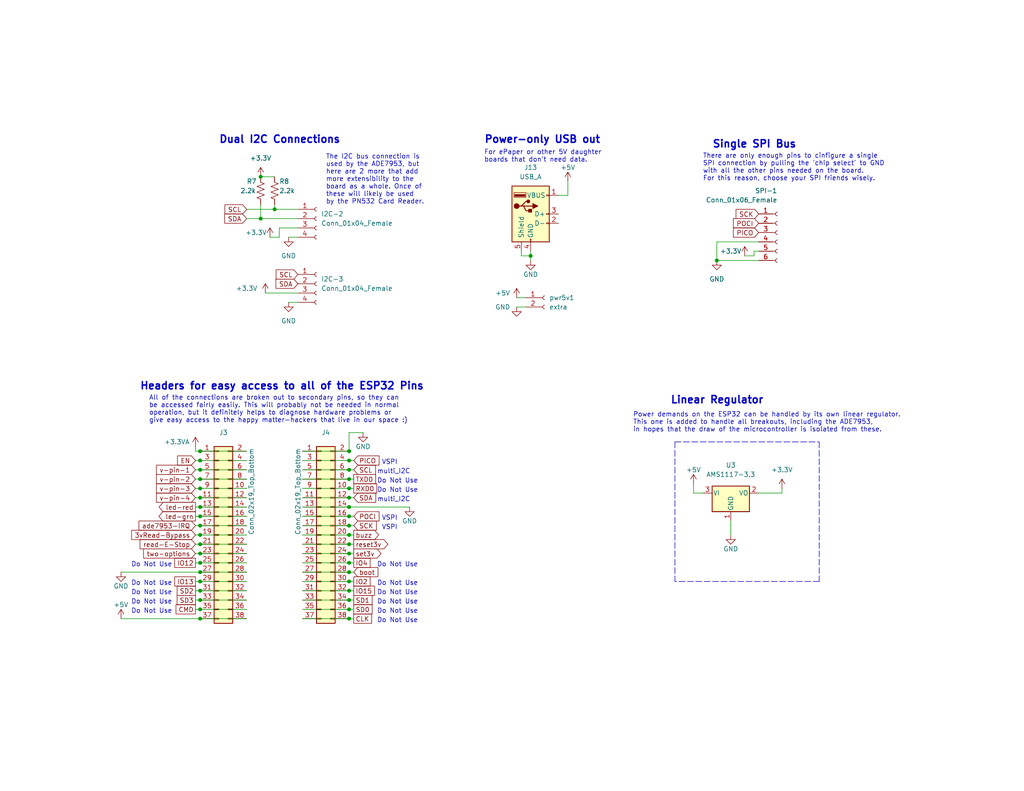
<source format=kicad_sch>
(kicad_sch (version 20211123) (generator eeschema)
  (paper "USLetter")
  (title_block (title "Breakout Connections & Power") (date "2022-10-09") (rev "3") (company "Corey Rice & MakeHaven") (comment 1 "Breakouts for I2C and SPI communication with external boards.") (comment 2 "Headers for the ESP32 to seat into the board") (comment 3 "A seperate Linear Regulator to better supply 3.3VDC where needed"))
  (lib_symbols
    (symbol "+3.3V_1" (power) (pin_names (offset 0))
      (property "Value" "+3.3V_1" (at 0 3.556 0))
      (symbol "+3.3V_1_0_1"
        (polyline (pts (xy -0.762 1.27) (xy 0 2.54)))
        (polyline (pts (xy 0 0) (xy 0 2.54)))
        (polyline (pts (xy 0 2.54) (xy 0.762 1.27)))
      )
      (symbol "+3.3V_1_1_1"
        (pin power_in line (at 0 0 90) (length 0) hide (name "+3.3V") (number "1"))
      )
    )
    (symbol "Connector:Conn_01x02_Female" (pin_names (offset 1.016) hide)
      (property "Reference" "J" (at 0 2.54 0))
      (property "Value" "Conn_01x02_Female" (at 0 -5.08 0))
      (symbol "Conn_01x02_Female_1_1"
        (arc (start 0 -2.032) (mid -0.508 -2.54) (end 0 -3.048) (stroke (width 0.1524)))
        (polyline (pts (xy -1.27 -2.54) (xy -0.508 -2.54)) (stroke (width 0.1524)))
        (polyline (pts (xy -1.27 0) (xy -0.508 0)) (stroke (width 0.1524)))
        (arc (start 0 0.508) (mid -0.508 0) (end 0 -0.508) (stroke (width 0.1524)))
        (pin passive line (at -5.08 0 0) (length 3.81) (name "Pin_1") (number "1"))
        (pin passive line (at -5.08 -2.54 0) (length 3.81) (name "Pin_2") (number "2"))
      )
    )
    (symbol "Connector:Conn_01x04_Female" (pin_names (offset 1.016) hide)
      (property "Reference" "J" (at 0 5.08 0))
      (property "Value" "Conn_01x04_Female" (at 0 -7.62 0))
      (symbol "Conn_01x04_Female_1_1"
        (arc (start 0 -4.572) (mid -0.508 -5.08) (end 0 -5.588) (stroke (width 0.1524)))
        (arc (start 0 -2.032) (mid -0.508 -2.54) (end 0 -3.048) (stroke (width 0.1524)))
        (polyline (pts (xy -1.27 -5.08) (xy -0.508 -5.08)) (stroke (width 0.1524)))
        (polyline (pts (xy -1.27 -2.54) (xy -0.508 -2.54)) (stroke (width 0.1524)))
        (polyline (pts (xy -1.27 0) (xy -0.508 0)) (stroke (width 0.1524)))
        (polyline (pts (xy -1.27 2.54) (xy -0.508 2.54)) (stroke (width 0.1524)))
        (arc (start 0 0.508) (mid -0.508 0) (end 0 -0.508) (stroke (width 0.1524)))
        (arc (start 0 3.048) (mid -0.508 2.54) (end 0 2.032) (stroke (width 0.1524)))
        (pin passive line (at -5.08 2.54 0) (length 3.81) (name "Pin_1") (number "1"))
        (pin passive line (at -5.08 0 0) (length 3.81) (name "Pin_2") (number "2"))
        (pin passive line (at -5.08 -2.54 0) (length 3.81) (name "Pin_3") (number "3"))
        (pin passive line (at -5.08 -5.08 0) (length 3.81) (name "Pin_4") (number "4"))
      )
    )
    (symbol "Connector:Conn_01x06_Female" (pin_names (offset 1.016) hide)
      (property "Reference" "J" (at 0 7.62 0))
      (property "Value" "Conn_01x06_Female" (at 0 -10.16 0))
      (symbol "Conn_01x06_Female_1_1"
        (arc (start 0 -7.112) (mid -0.508 -7.62) (end 0 -8.128) (stroke (width 0.1524)))
        (arc (start 0 -4.572) (mid -0.508 -5.08) (end 0 -5.588) (stroke (width 0.1524)))
        (arc (start 0 -2.032) (mid -0.508 -2.54) (end 0 -3.048) (stroke (width 0.1524)))
        (polyline (pts (xy -1.27 -7.62) (xy -0.508 -7.62)) (stroke (width 0.1524)))
        (polyline (pts (xy -1.27 -5.08) (xy -0.508 -5.08)) (stroke (width 0.1524)))
        (polyline (pts (xy -1.27 -2.54) (xy -0.508 -2.54)) (stroke (width 0.1524)))
        (polyline (pts (xy -1.27 0) (xy -0.508 0)) (stroke (width 0.1524)))
        (polyline (pts (xy -1.27 2.54) (xy -0.508 2.54)) (stroke (width 0.1524)))
        (polyline (pts (xy -1.27 5.08) (xy -0.508 5.08)) (stroke (width 0.1524)))
        (arc (start 0 0.508) (mid -0.508 0) (end 0 -0.508) (stroke (width 0.1524)))
        (arc (start 0 3.048) (mid -0.508 2.54) (end 0 2.032) (stroke (width 0.1524)))
        (arc (start 0 5.588) (mid -0.508 5.08) (end 0 4.572) (stroke (width 0.1524)))
        (pin passive line (at -5.08 5.08 0) (length 3.81) (name "Pin_1") (number "1"))
        (pin passive line (at -5.08 2.54 0) (length 3.81) (name "Pin_2") (number "2"))
        (pin passive line (at -5.08 0 0) (length 3.81) (name "Pin_3") (number "3"))
        (pin passive line (at -5.08 -2.54 0) (length 3.81) (name "Pin_4") (number "4"))
        (pin passive line (at -5.08 -5.08 0) (length 3.81) (name "Pin_5") (number "5"))
        (pin passive line (at -5.08 -7.62 0) (length 3.81) (name "Pin_6") (number "6"))
      )
    )
    (symbol "Connector:USB_A" (pin_names (offset 1.016))
      (property "Reference" "J" (at -5.08 11.43 0))
      (property "Value" "USB_A" (at -5.08 8.89 0))
      (symbol "USB_A_0_1"
        (rectangle (start -5.08 -7.62) (end 5.08 7.62) (stroke (width 0.254)) (fill (type background)))
        (circle (center -3.81 2.159) (radius 0.635) (stroke (width 0.254)) (fill (type outline)))
        (rectangle (start -1.524 4.826) (end -4.318 5.334) (fill (type outline)))
        (rectangle (start -1.27 4.572) (end -4.572 5.842))
        (circle (center -0.635 3.429) (radius 0.381) (stroke (width 0.254)) (fill (type outline)))
        (rectangle (start -0.127 -7.62) (end 0.127 -6.858))
        (polyline (pts (xy -3.175 2.159) (xy -2.54 2.159) (xy -1.27 3.429) (xy -0.635 3.429)) (stroke (width 0.254)))
        (polyline (pts (xy -2.54 2.159) (xy -1.905 2.159) (xy -1.27 0.889) (xy 0 0.889)) (stroke (width 0.254)))
        (polyline (pts (xy 0.635 2.794) (xy 0.635 1.524) (xy 1.905 2.159) (xy 0.635 2.794)) (stroke (width 0.254)) (fill (type outline)))
        (rectangle (start 0.254 1.27) (end -0.508 0.508) (stroke (width 0.254)) (fill (type outline)))
        (rectangle (start 5.08 -2.667) (end 4.318 -2.413))
        (rectangle (start 5.08 -0.127) (end 4.318 0.127))
        (rectangle (start 5.08 4.953) (end 4.318 5.207))
      )
      (symbol "USB_A_1_1"
        (polyline (pts (xy -1.905 2.159) (xy 0.635 2.159)) (stroke (width 0.254)))
        (pin power_in line (at 7.62 5.08 180) (length 2.54) (name "VBUS") (number "1"))
        (pin bidirectional line (at 7.62 -2.54 180) (length 2.54) (name "D-") (number "2"))
        (pin bidirectional line (at 7.62 0 180) (length 2.54) (name "D+") (number "3"))
        (pin power_in line (at 0 -10.16 90) (length 2.54) (name "GND") (number "4"))
        (pin passive line (at -2.54 -10.16 90) (length 2.54) (name "Shield") (number "5"))
      )
    )
    (symbol "Connector_Generic:Conn_02x19_Odd_Even" (pin_names (offset 1.016) hide)
      (property "Reference" "J" (at 1.27 25.4 0))
      (property "Value" "Conn_02x19_Odd_Even" (at 1.27 -25.4 0))
      (symbol "Conn_02x19_Odd_Even_1_1"
        (rectangle (start -1.27 -22.733) (end 0 -22.987) (stroke (width 0.1524)))
        (rectangle (start -1.27 -20.193) (end 0 -20.447) (stroke (width 0.1524)))
        (rectangle (start -1.27 -17.653) (end 0 -17.907) (stroke (width 0.1524)))
        (rectangle (start -1.27 -15.113) (end 0 -15.367) (stroke (width 0.1524)))
        (rectangle (start -1.27 -12.573) (end 0 -12.827) (stroke (width 0.1524)))
        (rectangle (start -1.27 -10.033) (end 0 -10.287) (stroke (width 0.1524)))
        (rectangle (start -1.27 -7.493) (end 0 -7.747) (stroke (width 0.1524)))
        (rectangle (start -1.27 -4.953) (end 0 -5.207) (stroke (width 0.1524)))
        (rectangle (start -1.27 -2.413) (end 0 -2.667) (stroke (width 0.1524)))
        (rectangle (start -1.27 0.127) (end 0 -0.127) (stroke (width 0.1524)))
        (rectangle (start -1.27 2.667) (end 0 2.413) (stroke (width 0.1524)))
        (rectangle (start -1.27 5.207) (end 0 4.953) (stroke (width 0.1524)))
        (rectangle (start -1.27 7.747) (end 0 7.493) (stroke (width 0.1524)))
        (rectangle (start -1.27 10.287) (end 0 10.033) (stroke (width 0.1524)))
        (rectangle (start -1.27 12.827) (end 0 12.573) (stroke (width 0.1524)))
        (rectangle (start -1.27 15.367) (end 0 15.113) (stroke (width 0.1524)))
        (rectangle (start -1.27 17.907) (end 0 17.653) (stroke (width 0.1524)))
        (rectangle (start -1.27 20.447) (end 0 20.193) (stroke (width 0.1524)))
        (rectangle (start -1.27 22.987) (end 0 22.733) (stroke (width 0.1524)))
        (rectangle (start -1.27 24.13) (end 3.81 -24.13) (stroke (width 0.254)) (fill (type background)))
        (rectangle (start 3.81 -22.733) (end 2.54 -22.987) (stroke (width 0.1524)))
        (rectangle (start 3.81 -20.193) (end 2.54 -20.447) (stroke (width 0.1524)))
        (rectangle (start 3.81 -17.653) (end 2.54 -17.907) (stroke (width 0.1524)))
        (rectangle (start 3.81 -15.113) (end 2.54 -15.367) (stroke (width 0.1524)))
        (rectangle (start 3.81 -12.573) (end 2.54 -12.827) (stroke (width 0.1524)))
        (rectangle (start 3.81 -10.033) (end 2.54 -10.287) (stroke (width 0.1524)))
        (rectangle (start 3.81 -7.493) (end 2.54 -7.747) (stroke (width 0.1524)))
        (rectangle (start 3.81 -4.953) (end 2.54 -5.207) (stroke (width 0.1524)))
        (rectangle (start 3.81 -2.413) (end 2.54 -2.667) (stroke (width 0.1524)))
        (rectangle (start 3.81 0.127) (end 2.54 -0.127) (stroke (width 0.1524)))
        (rectangle (start 3.81 2.667) (end 2.54 2.413) (stroke (width 0.1524)))
        (rectangle (start 3.81 5.207) (end 2.54 4.953) (stroke (width 0.1524)))
        (rectangle (start 3.81 7.747) (end 2.54 7.493) (stroke (width 0.1524)))
        (rectangle (start 3.81 10.287) (end 2.54 10.033) (stroke (width 0.1524)))
        (rectangle (start 3.81 12.827) (end 2.54 12.573) (stroke (width 0.1524)))
        (rectangle (start 3.81 15.367) (end 2.54 15.113) (stroke (width 0.1524)))
        (rectangle (start 3.81 17.907) (end 2.54 17.653) (stroke (width 0.1524)))
        (rectangle (start 3.81 20.447) (end 2.54 20.193) (stroke (width 0.1524)))
        (rectangle (start 3.81 22.987) (end 2.54 22.733) (stroke (width 0.1524)))
        (pin passive line (at -5.08 22.86 0) (length 3.81) (name "Pin_1") (number "1"))
        (pin passive line (at 7.62 12.7 180) (length 3.81) (name "Pin_10") (number "10"))
        (pin passive line (at -5.08 10.16 0) (length 3.81) (name "Pin_11") (number "11"))
        (pin passive line (at 7.62 10.16 180) (length 3.81) (name "Pin_12") (number "12"))
        (pin passive line (at -5.08 7.62 0) (length 3.81) (name "Pin_13") (number "13"))
        (pin passive line (at 7.62 7.62 180) (length 3.81) (name "Pin_14") (number "14"))
        (pin passive line (at -5.08 5.08 0) (length 3.81) (name "Pin_15") (number "15"))
        (pin passive line (at 7.62 5.08 180) (length 3.81) (name "Pin_16") (number "16"))
        (pin passive line (at -5.08 2.54 0) (length 3.81) (name "Pin_17") (number "17"))
        (pin passive line (at 7.62 2.54 180) (length 3.81) (name "Pin_18") (number "18"))
        (pin passive line (at -5.08 0 0) (length 3.81) (name "Pin_19") (number "19"))
        (pin passive line (at 7.62 22.86 180) (length 3.81) (name "Pin_2") (number "2"))
        (pin passive line (at 7.62 0 180) (length 3.81) (name "Pin_20") (number "20"))
        (pin passive line (at -5.08 -2.54 0) (length 3.81) (name "Pin_21") (number "21"))
        (pin passive line (at 7.62 -2.54 180) (length 3.81) (name "Pin_22") (number "22"))
        (pin passive line (at -5.08 -5.08 0) (length 3.81) (name "Pin_23") (number "23"))
        (pin passive line (at 7.62 -5.08 180) (length 3.81) (name "Pin_24") (number "24"))
        (pin passive line (at -5.08 -7.62 0) (length 3.81) (name "Pin_25") (number "25"))
        (pin passive line (at 7.62 -7.62 180) (length 3.81) (name "Pin_26") (number "26"))
        (pin passive line (at -5.08 -10.16 0) (length 3.81) (name "Pin_27") (number "27"))
        (pin passive line (at 7.62 -10.16 180) (length 3.81) (name "Pin_28") (number "28"))
        (pin passive line (at -5.08 -12.7 0) (length 3.81) (name "Pin_29") (number "29"))
        (pin passive line (at -5.08 20.32 0) (length 3.81) (name "Pin_3") (number "3"))
        (pin passive line (at 7.62 -12.7 180) (length 3.81) (name "Pin_30") (number "30"))
        (pin passive line (at -5.08 -15.24 0) (length 3.81) (name "Pin_31") (number "31"))
        (pin passive line (at 7.62 -15.24 180) (length 3.81) (name "Pin_32") (number "32"))
        (pin passive line (at -5.08 -17.78 0) (length 3.81) (name "Pin_33") (number "33"))
        (pin passive line (at 7.62 -17.78 180) (length 3.81) (name "Pin_34") (number "34"))
        (pin passive line (at -5.08 -20.32 0) (length 3.81) (name "Pin_35") (number "35"))
        (pin passive line (at 7.62 -20.32 180) (length 3.81) (name "Pin_36") (number "36"))
        (pin passive line (at -5.08 -22.86 0) (length 3.81) (name "Pin_37") (number "37"))
        (pin passive line (at 7.62 -22.86 180) (length 3.81) (name "Pin_38") (number "38"))
        (pin passive line (at 7.62 20.32 180) (length 3.81) (name "Pin_4") (number "4"))
        (pin passive line (at -5.08 17.78 0) (length 3.81) (name "Pin_5") (number "5"))
        (pin passive line (at 7.62 17.78 180) (length 3.81) (name "Pin_6") (number "6"))
        (pin passive line (at -5.08 15.24 0) (length 3.81) (name "Pin_7") (number "7"))
        (pin passive line (at 7.62 15.24 180) (length 3.81) (name "Pin_8") (number "8"))
        (pin passive line (at -5.08 12.7 0) (length 3.81) (name "Pin_9") (number "9"))
      )
    )
    (symbol "Device:R_US" (pin_numbers hide) (pin_names (offset 0))
      (property "Reference" "R" (at 2.54 0 90))
      (property "Value" "R_US" (at -2.54 0 90))
      (symbol "R_US_0_1"
        (polyline (pts (xy 0 -2.286) (xy 0 -2.54)))
        (polyline (pts (xy 0 2.286) (xy 0 2.54)))
        (polyline (pts (xy 0 -0.762) (xy 1.016 -1.143) (xy 0 -1.524) (xy -1.016 -1.905) (xy 0 -2.286)))
        (polyline (pts (xy 0 0.762) (xy 1.016 0.381) (xy 0 0) (xy -1.016 -0.381) (xy 0 -0.762)))
        (polyline (pts (xy 0 2.286) (xy 1.016 1.905) (xy 0 1.524) (xy -1.016 1.143) (xy 0 0.762)))
      )
      (symbol "R_US_1_1"
        (pin passive line (at 0 3.81 270) (length 1.27) (name "~") (number "1"))
        (pin passive line (at 0 -3.81 90) (length 1.27) (name "~") (number "2"))
      )
    )
    (symbol "Regulator_Linear:AMS1117-3.3" (pin_names (offset 0.254))
      (property "Reference" "U" (at -3.81 3.175 0))
      (property "Value" "AMS1117-3.3" (at 0 3.175 0))
      (symbol "AMS1117-3.3_0_1"
        (rectangle (start -5.08 -5.08) (end 5.08 1.905) (stroke (width 0.254)) (fill (type background)))
      )
      (symbol "AMS1117-3.3_1_1"
        (pin power_in line (at 0 -7.62 90) (length 2.54) (name "GND") (number "1"))
        (pin power_out line (at 7.62 0 180) (length 2.54) (name "VO") (number "2"))
        (pin power_in line (at -7.62 0 0) (length 2.54) (name "VI") (number "3"))
      )
    )
    (symbol "power:+3.3VA" (power) (pin_names (offset 0))
      (property "Value" "+3.3VA" (at 0 3.556 0))
      (symbol "+3.3VA_0_1"
        (polyline (pts (xy -0.762 1.27) (xy 0 2.54)))
        (polyline (pts (xy 0 0) (xy 0 2.54)))
        (polyline (pts (xy 0 2.54) (xy 0.762 1.27)))
      )
      (symbol "+3.3VA_1_1"
        (pin power_in line (at 0 0 90) (length 0) hide (name "+3.3VA") (number "1"))
      )
    )
    (symbol "power:+5V" (power) (pin_names (offset 0))
      (property "Value" "+5V" (at 0 3.556 0))
      (symbol "+5V_0_1"
        (polyline (pts (xy -0.762 1.27) (xy 0 2.54)))
        (polyline (pts (xy 0 0) (xy 0 2.54)))
        (polyline (pts (xy 0 2.54) (xy 0.762 1.27)))
      )
      (symbol "+5V_1_1"
        (pin power_in line (at 0 0 90) (length 0) hide (name "+5V") (number "1"))
      )
    )
    (symbol "power:GND" (power) (pin_names (offset 0))
      (property "Value" "GND" (at 0 -3.81 0))
      (symbol "GND_0_1"
        (polyline (pts (xy 0 0) (xy 0 -1.27) (xy 1.27 -1.27) (xy 0 -2.54) (xy -1.27 -1.27) (xy 0 -1.27)))
      )
      (symbol "GND_1_1"
        (pin power_in line (at 0 0 270) (length 0) hide (name "GND") (number "1"))
      )
    )
  )
  (junction (at 54.61 123.19))
  (junction (at 54.61 161.29))
  (junction (at 54.61 135.89))
  (junction (at 54.61 138.43))
  (junction (at 95.25 123.19))
  (junction (at 54.61 148.59))
  (junction (at 54.61 153.67))
  (junction (at 71.12 59.69))
  (junction (at 54.61 125.73))
  (junction (at 95.25 166.37))
  (junction (at 95.25 151.13))
  (junction (at 54.61 128.27))
  (junction (at 95.25 161.29))
  (junction (at 95.25 130.81))
  (junction (at 95.25 146.05))
  (junction (at 195.58 71.12))
  (junction (at 95.25 125.73))
  (junction (at 95.25 158.75))
  (junction (at 71.12 48.26))
  (junction (at 95.25 143.51))
  (junction (at 54.61 163.83))
  (junction (at 54.61 133.35))
  (junction (at 95.25 168.91))
  (junction (at 95.25 163.83))
  (junction (at 95.25 135.89))
  (junction (at 54.61 130.81))
  (junction (at 74.93 57.15))
  (junction (at 54.61 158.75))
  (junction (at 95.25 140.97))
  (junction (at 54.61 143.51))
  (junction (at 54.61 146.05))
  (junction (at 95.25 156.21))
  (junction (at 54.61 156.21))
  (junction (at 95.25 148.59))
  (junction (at 95.25 133.35))
  (junction (at 54.61 168.91))
  (junction (at 54.61 166.37))
  (junction (at 95.25 138.43))
  (junction (at 54.61 151.13))
  (junction (at 95.25 128.27))
  (junction (at 95.25 153.67))
  (junction (at 144.78 69.85))
  (junction (at 54.61 140.97))
  (wire (pts (xy 54.61 125.73) (xy 67.31 125.73)))
  (wire (pts (xy 95.25 161.29) (xy 96.52 161.29)))
  (wire (pts (xy 95.25 158.75) (xy 96.52 158.75)))
  (wire (pts (xy 74.93 57.15) (xy 81.28 57.15)))
  (wire (pts (xy 95.25 146.05) (xy 96.52 146.05)))
  (wire (pts (xy 82.55 163.83) (xy 95.25 163.83)))
  (wire (pts (xy 81.28 62.23) (xy 76.2 62.23)))
  (wire (pts (xy 53.34 138.43) (xy 54.61 138.43)))
  (wire (pts (xy 95.25 118.11) (xy 95.25 123.19)))
  (wire (pts (xy 205.74 69.85) (xy 203.2 69.85)))
  (polyline (pts (xy 184.15 120.65) (xy 184.15 158.75)))
  (wire (pts (xy 53.34 128.27) (xy 54.61 128.27)))
  (wire (pts (xy 54.61 128.27) (xy 67.31 128.27)))
  (wire (pts (xy 152.4 53.34) (xy 154.94 53.34)))
  (wire (pts (xy 95.25 140.97) (xy 96.52 140.97)))
  (wire (pts (xy 195.58 66.04) (xy 195.58 71.12)))
  (wire (pts (xy 76.2 64.77) (xy 73.66 64.77)))
  (wire (pts (xy 82.55 143.51) (xy 95.25 143.51)))
  (wire (pts (xy 78.74 64.77) (xy 81.28 64.77)))
  (wire (pts (xy 54.61 151.13) (xy 67.31 151.13)))
  (wire (pts (xy 144.78 69.85) (xy 144.78 71.12)))
  (wire (pts (xy 54.61 163.83) (xy 67.31 163.83)))
  (wire (pts (xy 53.34 125.73) (xy 54.61 125.73)))
  (wire (pts (xy 53.34 123.19) (xy 54.61 123.19)))
  (wire (pts (xy 54.61 158.75) (xy 67.31 158.75)))
  (wire (pts (xy 82.55 138.43) (xy 95.25 138.43)))
  (wire (pts (xy 213.36 134.62) (xy 213.36 133.35)))
  (wire (pts (xy 95.25 166.37) (xy 96.52 166.37)))
  (polyline (pts (xy 223.52 158.75) (xy 184.15 158.75)))
  (polyline (pts (xy 184.15 120.65) (xy 223.52 120.65)))
  (wire (pts (xy 54.61 130.81) (xy 67.31 130.81)))
  (wire (pts (xy 82.55 158.75) (xy 95.25 158.75)))
  (wire (pts (xy 54.61 156.21) (xy 67.31 156.21)))
  (wire (pts (xy 142.24 69.85) (xy 144.78 69.85)))
  (wire (pts (xy 82.55 148.59) (xy 95.25 148.59)))
  (wire (pts (xy 76.2 62.23) (xy 76.2 64.77)))
  (wire (pts (xy 95.25 133.35) (xy 96.52 133.35)))
  (wire (pts (xy 199.39 142.24) (xy 199.39 146.05)))
  (wire (pts (xy 53.34 161.29) (xy 54.61 161.29)))
  (wire (pts (xy 82.55 133.35) (xy 95.25 133.35)))
  (wire (pts (xy 78.74 82.55) (xy 81.28 82.55)))
  (wire (pts (xy 95.25 163.83) (xy 96.52 163.83)))
  (wire (pts (xy 189.23 132.08) (xy 189.23 134.62)))
  (wire (pts (xy 74.93 55.88) (xy 74.93 57.15)))
  (wire (pts (xy 95.25 135.89) (xy 96.52 135.89)))
  (wire (pts (xy 54.61 168.91) (xy 67.31 168.91)))
  (wire (pts (xy 82.55 146.05) (xy 95.25 146.05)))
  (wire (pts (xy 82.55 123.19) (xy 95.25 123.19)))
  (wire (pts (xy 54.61 166.37) (xy 67.31 166.37)))
  (wire (pts (xy 53.34 133.35) (xy 54.61 133.35)))
  (wire (pts (xy 53.34 143.51) (xy 54.61 143.51)))
  (wire (pts (xy 95.25 138.43) (xy 111.76 138.43)))
  (wire (pts (xy 95.25 153.67) (xy 96.52 153.67)))
  (wire (pts (xy 53.34 123.19) (xy 53.34 121.92)))
  (wire (pts (xy 53.34 140.97) (xy 54.61 140.97)))
  (wire (pts (xy 54.61 153.67) (xy 67.31 153.67)))
  (wire (pts (xy 82.55 135.89) (xy 95.25 135.89)))
  (wire (pts (xy 82.55 161.29) (xy 95.25 161.29)))
  (wire (pts (xy 53.34 130.81) (xy 54.61 130.81)))
  (wire (pts (xy 140.97 83.82) (xy 143.51 83.82)))
  (wire (pts (xy 82.55 166.37) (xy 95.25 166.37)))
  (wire (pts (xy 53.34 151.13) (xy 54.61 151.13)))
  (wire (pts (xy 74.93 48.26) (xy 71.12 48.26)))
  (wire (pts (xy 142.24 68.58) (xy 142.24 69.85)))
  (wire (pts (xy 189.23 134.62) (xy 191.77 134.62)))
  (wire (pts (xy 54.61 143.51) (xy 67.31 143.51)))
  (wire (pts (xy 33.02 156.21) (xy 54.61 156.21)))
  (polyline (pts (xy 223.52 120.65) (xy 223.52 158.75)))
  (wire (pts (xy 71.12 55.88) (xy 71.12 59.69)))
  (wire (pts (xy 53.34 158.75) (xy 54.61 158.75)))
  (wire (pts (xy 144.78 68.58) (xy 144.78 69.85)))
  (wire (pts (xy 54.61 148.59) (xy 67.31 148.59)))
  (wire (pts (xy 95.25 168.91) (xy 96.52 168.91)))
  (wire (pts (xy 54.61 123.19) (xy 67.31 123.19)))
  (wire (pts (xy 207.01 134.62) (xy 213.36 134.62)))
  (wire (pts (xy 54.61 138.43) (xy 67.31 138.43)))
  (wire (pts (xy 207.01 66.04) (xy 195.58 66.04)))
  (wire (pts (xy 53.34 163.83) (xy 54.61 163.83)))
  (wire (pts (xy 95.25 156.21) (xy 96.52 156.21)))
  (wire (pts (xy 195.58 71.12) (xy 207.01 71.12)))
  (wire (pts (xy 205.74 68.58) (xy 205.74 69.85)))
  (wire (pts (xy 71.12 59.69) (xy 81.28 59.69)))
  (wire (pts (xy 140.97 81.28) (xy 143.51 81.28)))
  (wire (pts (xy 82.55 125.73) (xy 95.25 125.73)))
  (wire (pts (xy 53.34 146.05) (xy 54.61 146.05)))
  (wire (pts (xy 53.34 135.89) (xy 54.61 135.89)))
  (wire (pts (xy 95.25 128.27) (xy 96.52 128.27)))
  (wire (pts (xy 54.61 161.29) (xy 67.31 161.29)))
  (wire (pts (xy 67.31 57.15) (xy 74.93 57.15)))
  (wire (pts (xy 154.94 49.53) (xy 154.94 53.34)))
  (wire (pts (xy 207.01 68.58) (xy 205.74 68.58)))
  (wire (pts (xy 95.25 130.81) (xy 96.52 130.81)))
  (wire (pts (xy 95.25 151.13) (xy 96.52 151.13)))
  (wire (pts (xy 99.06 118.11) (xy 95.25 118.11)))
  (wire (pts (xy 72.39 80.01) (xy 81.28 80.01)))
  (wire (pts (xy 95.25 148.59) (xy 96.52 148.59)))
  (wire (pts (xy 82.55 140.97) (xy 95.25 140.97)))
  (wire (pts (xy 54.61 135.89) (xy 67.31 135.89)))
  (wire (pts (xy 95.25 125.73) (xy 96.52 125.73)))
  (wire (pts (xy 82.55 128.27) (xy 95.25 128.27)))
  (wire (pts (xy 82.55 168.91) (xy 95.25 168.91)))
  (wire (pts (xy 54.61 146.05) (xy 67.31 146.05)))
  (wire (pts (xy 53.34 153.67) (xy 54.61 153.67)))
  (wire (pts (xy 33.02 168.91) (xy 54.61 168.91)))
  (wire (pts (xy 53.34 166.37) (xy 54.61 166.37)))
  (wire (pts (xy 95.25 143.51) (xy 96.52 143.51)))
  (wire (pts (xy 82.55 153.67) (xy 95.25 153.67)))
  (wire (pts (xy 54.61 140.97) (xy 67.31 140.97)))
  (wire (pts (xy 82.55 130.81) (xy 95.25 130.81)))
  (wire (pts (xy 82.55 151.13) (xy 95.25 151.13)))
  (wire (pts (xy 82.55 156.21) (xy 95.25 156.21)))
  (wire (pts (xy 53.34 148.59) (xy 54.61 148.59)))
  (wire (pts (xy 67.31 59.69) (xy 71.12 59.69)))
  (wire (pts (xy 54.61 133.35) (xy 67.31 133.35)))
  (text "VSPI" (at 104.14 127 0) (effects (font (size 1.27 1.27)) (justify left bottom)))
  (text "Single SPI Bus" (at 194.31 40.64 0) (effects (font (size 2 2) (thickness 0.4) bold) (justify left bottom)))
  (text "Do Not Use" (at 46.99 160.02 180) (effects (font (size 1.27 1.27)) (justify right bottom)))
  (text "VSPI" (at 104.14 142.24 0) (effects (font (size 1.27 1.27)) (justify left bottom)))
  (text "All of the connections are broken out to secondary pins, so they can\nbe accessed fairly easily. This will probably not be needed in normal\noperation, but it definitely helps to diagnose hardware problems or \ngive easy access to the happy matter-hackers that live in our space :)" (at 40.64 115.57 0) (effects (font (size 1.27 1.27)) (justify left bottom)))
  (text "Do Not Use" (at 102.87 132.08 0) (effects (font (size 1.27 1.27)) (justify left bottom)))
  (text "Do Not Use" (at 102.87 134.62 0) (effects (font (size 1.27 1.27)) (justify left bottom)))
  (text "For ePaper or other 5V daughter\nboards that don't need data." (at 132.08 44.45 0) (effects (font (size 1.27 1.27)) (justify left bottom)))
  (text "Power demands on the ESP32 can be handled by its own linear regulator. \nThis one is added to handle all breakouts, including the ADE7953, \nin hopes that the draw of the microcontroller is isolated from these." (at 172.72 118.11 0) (effects (font (size 1.27 1.27)) (justify left bottom)))
  (text "Do Not Use" (at 46.99 162.56 180) (effects (font (size 1.27 1.27)) (justify right bottom)))
  (text "Do Not Use" (at 46.99 167.64 180) (effects (font (size 1.27 1.27)) (justify right bottom)))
  (text "multi_I2C\n" (at 102.87 129.54 0) (effects (font (size 1.27 1.27)) (justify left bottom)))
  (text "Do Not Use" (at 102.87 167.64 0) (effects (font (size 1.27 1.27)) (justify left bottom)))
  (text "Do Not Use" (at 102.87 165.1 0) (effects (font (size 1.27 1.27)) (justify left bottom)))
  (text "Dual I2C Connections" (at 59.69 39.37 0) (effects (font (size 2 2) (thickness 0.4) bold) (justify left bottom)))
  (text "Linear Regulator" (at 182.88 110.49 0) (effects (font (size 2 2) (thickness 0.4) bold) (justify left bottom)))
  (text "The I2C bus connection is \nused by the ADE7953, but \nhere are 2 more that add\nmore extensibility to the \nboard as a whole. Once of \nthese will likely be used \nby the PN532 Card Reader." (at 88.9 55.88 0) (effects (font (size 1.27 1.27)) (justify left bottom)))
  (text "Do Not Use" (at 46.99 165.1 180) (effects (font (size 1.27 1.27)) (justify right bottom)))
  (text "Do Not Use" (at 102.87 160.02 0) (effects (font (size 1.27 1.27)) (justify left bottom)))
  (text "multi_I2C\n" (at 102.87 137.16 0) (effects (font (size 1.27 1.27)) (justify left bottom)))
  (text "Power-only USB out" (at 132.08 39.37 0) (effects (font (size 2 2) (thickness 0.4) bold) (justify left bottom)))
  (text "VSPI" (at 104.14 144.78 0) (effects (font (size 1.27 1.27)) (justify left bottom)))
  (text "Do Not Use" (at 46.99 154.94 180) (effects (font (size 1.27 1.27)) (justify right bottom)))
  (text "Do Not Use" (at 102.87 170.18 0) (effects (font (size 1.27 1.27)) (justify left bottom)))
  (text "There are only enough pins to cinfigure a single \nSPI connection by pulling the 'chip select' to GND\nwith all the other pins needed on the board.\nFor this reason, choose your SPI friends wisely." (at 191.77 49.53 0) (effects (font (size 1.27 1.27)) (justify left bottom)))
  (text "Do Not Use" (at 102.87 162.56 0) (effects (font (size 1.27 1.27)) (justify left bottom)))
  (text "Headers for easy access to all of the ESP32 Pins" (at 38.1 106.68 0) (effects (font (size 2 2) (thickness 0.4) bold) (justify left bottom)))
  (text "Do Not Use" (at 102.87 154.94 0) (effects (font (size 1.27 1.27)) (justify left bottom)))
  (global_label "IO4" (shape passive) (at 96.52 153.67 0) (property "Intersheet References" "${INTERSHEET_REFS}" (effects hide)))
  (global_label "boot" (shape input) (at 96.52 156.21 0) (property "Intersheet References" "${INTERSHEET_REFS}" (effects hide)))
  (global_label "SDA" (shape input) (at 96.52 135.89 0) (property "Intersheet References" "${INTERSHEET_REFS}" (effects hide)))
  (global_label "EN" (shape input) (at 53.34 125.73 180) (property "Intersheet References" "${INTERSHEET_REFS}" (effects hide)))
  (global_label "SCK" (shape input) (at 207.01 58.42 180) (property "Intersheet References" "${INTERSHEET_REFS}" (effects hide)))
  (global_label "SD3" (shape passive) (at 53.34 163.83 180) (property "Intersheet References" "${INTERSHEET_REFS}" (effects hide)))
  (global_label "SDA" (shape input) (at 67.31 59.69 180) (property "Intersheet References" "${INTERSHEET_REFS}" (effects hide)))
  (global_label "v-pin-3" (shape input) (at 53.34 133.35 180) (property "Intersheet References" "${INTERSHEET_REFS}" (effects hide)))
  (global_label "buzz" (shape output) (at 96.52 146.05 0) (property "Intersheet References" "${INTERSHEET_REFS}" (effects hide)))
  (global_label "v-pin-4" (shape input) (at 53.34 135.89 180) (property "Intersheet References" "${INTERSHEET_REFS}" (effects hide)))
  (global_label "SCL" (shape input) (at 81.28 74.93 180) (property "Intersheet References" "${INTERSHEET_REFS}" (effects hide)))
  (global_label "POCI" (shape input) (at 207.01 60.96 180) (property "Intersheet References" "${INTERSHEET_REFS}" (effects hide)))
  (global_label "3vRead-Bypass" (shape input) (at 53.34 146.05 180) (property "Intersheet References" "${INTERSHEET_REFS}" (effects hide)))
  (global_label "TXD0" (shape passive) (at 96.52 130.81 0) (property "Intersheet References" "${INTERSHEET_REFS}" (effects hide)))
  (global_label "led-red" (shape output) (at 53.34 138.43 180) (property "Intersheet References" "${INTERSHEET_REFS}" (effects hide)))
  (global_label "CMD" (shape passive) (at 53.34 166.37 180) (property "Intersheet References" "${INTERSHEET_REFS}" (effects hide)))
  (global_label "POCI" (shape input) (at 96.52 140.97 0) (property "Intersheet References" "${INTERSHEET_REFS}" (effects hide)))
  (global_label "SCL" (shape input) (at 67.31 57.15 180) (property "Intersheet References" "${INTERSHEET_REFS}" (effects hide)))
  (global_label "two-options" (shape input) (at 53.34 151.13 180) (property "Intersheet References" "${INTERSHEET_REFS}" (effects hide)))
  (global_label "RXD0" (shape passive) (at 96.52 133.35 0) (property "Intersheet References" "${INTERSHEET_REFS}" (effects hide)))
  (global_label "SD0" (shape passive) (at 96.52 166.37 0) (property "Intersheet References" "${INTERSHEET_REFS}" (effects hide)))
  (global_label "SCL" (shape input) (at 96.52 128.27 0) (property "Intersheet References" "${INTERSHEET_REFS}" (effects hide)))
  (global_label "PICO" (shape input) (at 96.52 125.73 0) (property "Intersheet References" "${INTERSHEET_REFS}" (effects hide)))
  (global_label "IO13" (shape passive) (at 53.34 158.75 180) (property "Intersheet References" "${INTERSHEET_REFS}" (effects hide)))
  (global_label "v-pin-2" (shape input) (at 53.34 130.81 180) (property "Intersheet References" "${INTERSHEET_REFS}" (effects hide)))
  (global_label "read-E-Stop" (shape input) (at 53.34 148.59 180) (property "Intersheet References" "${INTERSHEET_REFS}" (effects hide)))
  (global_label "IO2" (shape passive) (at 96.52 158.75 0) (property "Intersheet References" "${INTERSHEET_REFS}" (effects hide)))
  (global_label "SCK" (shape input) (at 96.52 143.51 0) (property "Intersheet References" "${INTERSHEET_REFS}" (effects hide)))
  (global_label "set3v" (shape output) (at 96.52 151.13 0) (property "Intersheet References" "${INTERSHEET_REFS}" (effects hide)))
  (global_label "SDA" (shape input) (at 81.28 77.47 180) (property "Intersheet References" "${INTERSHEET_REFS}" (effects hide)))
  (global_label "PICO" (shape input) (at 207.01 63.5 180) (property "Intersheet References" "${INTERSHEET_REFS}" (effects hide)))
  (global_label "SD1" (shape passive) (at 96.52 163.83 0) (property "Intersheet References" "${INTERSHEET_REFS}" (effects hide)))
  (global_label "SD2" (shape passive) (at 53.34 161.29 180) (property "Intersheet References" "${INTERSHEET_REFS}" (effects hide)))
  (global_label "IO12" (shape passive) (at 53.34 153.67 180) (property "Intersheet References" "${INTERSHEET_REFS}" (effects hide)))
  (global_label "led-grn" (shape output) (at 53.34 140.97 180) (property "Intersheet References" "${INTERSHEET_REFS}" (effects hide)))
  (global_label "IO15" (shape passive) (at 96.52 161.29 0) (property "Intersheet References" "${INTERSHEET_REFS}" (effects hide)))
  (global_label "v-pin-1" (shape input) (at 53.34 128.27 180) (property "Intersheet References" "${INTERSHEET_REFS}" (effects hide)))
  (global_label "CLK" (shape passive) (at 96.52 168.91 0) (property "Intersheet References" "${INTERSHEET_REFS}" (effects hide)))
  (global_label "reset3v" (shape output) (at 96.52 148.59 0) (property "Intersheet References" "${INTERSHEET_REFS}" (effects hide)))
  (global_label "ade7953-IRQ" (shape input) (at 53.34 143.51 180) (property "Intersheet References" "${INTERSHEET_REFS}" (effects hide)))
  (symbol (lib_id "Device:R_US") (at 74.93 52.07 180) (unit 1)
    (property "Reference" "R8" (at 76.2 49.53 0) (effects (justify right)))
    (property "Value" "2.2k" (at 76.2 52.07 0) (effects (justify right)))
    (property "Footprint" "Resistor_SMD:R_0603_1608Metric" (effects hide))
    (property "JLCPCB Part #" "C4190" (effects hide))
  )
  (symbol (lib_id "power:+3.3VA") (at 53.34 121.92 0) (unit 1)
    (property "Reference" "#PWR0154" (effects hide))
    (property "Value" "+3.3VA" (at 48.26 120.65 0))
  )
  (symbol (lib_id "Connector:USB_A") (at 144.78 58.42 0) (unit 1)
    (property "Reference" "J13" (at 144.78 45.72 0))
    (property "Value" "USB_A" (at 144.78 48.26 0))
    (property "Footprint" "USB-vertical-jlcpcb:USB-A-TH_UBAS-4R-D14D-4D-LF-SN" (effects hide))
    (property "Datasheet" "https://datasheet.lcsc.com/lcsc/1811101526_JST-Sales-America-UBAS-4R-D14D-4D-LF-SN_C265461.pdf" (effects hide))
    (property "JLCPCB Part #" "C265461" (effects hide))
  )
  (symbol (lib_id "Connector:Conn_01x06_Female") (at 212.09 63.5 0) (unit 1)
    (property "Reference" "SPI-1" (at 212.09 52.07 0) (effects (justify right)))
    (property "Value" "Conn_01x06_Female" (at 212.09 54.61 0) (effects (justify right)))
    (property "Footprint" "Connector_JST:JST_PH_B6B-PH-K_1x06_P2.00mm_Vertical" (effects hide))
    (property "JLCPCB Part #" "C131342" (effects hide))
  )
  (symbol (lib_id "power:GND") (at 199.39 146.05 0) (unit 1)
    (property "Reference" "#PWR07" (effects hide))
    (property "Value" "GND" (at 199.39 149.86 0))
  )
  (symbol (lib_id "power:GND") (at 144.78 71.12 0) (unit 1)
    (property "Reference" "#PWR03" (effects hide))
    (property "Value" "GND" (at 144.78 74.93 0))
  )
  (symbol (lib_name "+3.3V_1") (lib_id "power:+3.3V") (at 213.36 133.35 0) (unit 1)
    (property "Reference" "#PWR0117" (effects hide))
    (property "Value" "+3.3V" (at 213.36 128.27 0))
  )
  (symbol (lib_id "power:+5V") (at 189.23 132.08 0) (unit 1)
    (property "Reference" "#PWR06" (effects hide))
    (property "Value" "+5V" (at 189.23 128.27 0))
  )
  (symbol (lib_id "power:GND") (at 140.97 83.82 0) (unit 1)
    (property "Reference" "#PWR0166" (effects hide))
    (property "Value" "GND" (at 137.16 83.82 0))
  )
  (symbol (lib_id "Regulator_Linear:AMS1117-3.3") (at 199.39 134.62 0) (unit 1)
    (property "Reference" "U3" (at 199.39 127 0))
    (property "Value" "AMS1117-3.3" (at 199.39 129.54 0))
    (property "Footprint" "Package_TO_SOT_SMD:SOT-223-3_TabPin2" (effects hide))
    (property "Datasheet" "http://www.advanced-monolithic.com/pdf/ds1117.pdf" (effects hide))
    (property "JLCPCB Part #" "C6186" (effects hide))
  )
  (symbol (lib_name "+3.3V_1") (lib_id "power:+3.3V") (at 71.12 48.26 0) (unit 1)
    (property "Reference" "#PWR0109" (effects hide))
    (property "Value" "+3.3V" (at 71.12 43.18 0))
  )
  (symbol (lib_id "Connector_Generic:Conn_02x19_Odd_Even") (at 87.63 146.05 0) (unit 1)
    (property "Reference" "J4" (at 88.9 118.11 0))
    (property "Value" "Conn_02x19_Top_Bottom" (at 81.28 146.05 90) (effects (justify left)))
    (property "Footprint" "Connector_PinSocket_2.54mm:PinSocket_2x19_P2.54mm_Vertical" (effects hide))
    (property "JLCPCB Part #" "C2897420" (effects hide))
  )
  (symbol (lib_id "power:+5V") (at 33.02 168.91 0) (unit 1)
    (property "Reference" "#PWR0122" (effects hide))
    (property "Value" "+5V" (at 33.02 165.1 0))
  )
  (symbol (lib_id "power:GND") (at 99.06 118.11 0) (unit 1)
    (property "Reference" "#PWR0123" (effects hide))
    (property "Value" "GND" (at 99.06 121.92 0))
  )
  (symbol (lib_id "Connector:Conn_01x04_Female") (at 86.36 59.69 0) (unit 1)
    (property "Reference" "I2C-2" (at 87.63 58.42 0) (effects (justify left)))
    (property "Value" "Conn_01x04_Female" (at 87.63 60.96 0) (effects (justify left)))
    (property "Footprint" "Connector_JST:JST_PH_B4B-PH-K_1x04_P2.00mm_Vertical" (effects hide))
    (property "JLCPCB Part #" "C131334" (effects hide))
  )
  (symbol (lib_id "power:+5V") (at 154.94 49.53 0) (unit 1)
    (property "Reference" "#PWR04" (effects hide))
    (property "Value" "+5V" (at 154.94 45.72 0))
  )
  (symbol (lib_name "+3.3V_1") (lib_id "power:+3.3V") (at 203.2 69.85 0) (unit 1)
    (property "Reference" "#PWR0116" (effects hide))
    (property "Value" "+3.3V" (at 199.39 68.58 0))
  )
  (symbol (lib_id "power:GND") (at 111.76 138.43 0) (unit 1)
    (property "Reference" "#PWR0120" (effects hide))
    (property "Value" "GND" (at 111.76 142.24 0))
  )
  (symbol (lib_id "Connector:Conn_01x02_Female") (at 148.59 81.28 0) (unit 1)
    (property "Reference" "pwr5v1" (at 149.86 81.2799 0) (effects (justify left)))
    (property "Value" "extra" (at 149.86 83.8199 0) (effects (justify left)))
    (property "Footprint" "Connector_PinHeader_2.54mm:PinHeader_1x02_P2.54mm_Vertical" (effects hide))
  )
  (symbol (lib_id "Connector:Conn_01x04_Female") (at 86.36 77.47 0) (unit 1)
    (property "Reference" "I2C-3" (at 87.63 76.2 0) (effects (justify left)))
    (property "Value" "Conn_01x04_Female" (at 87.63 78.74 0) (effects (justify left)))
    (property "Footprint" "Connector_JST:JST_PH_B4B-PH-K_1x04_P2.00mm_Vertical" (effects hide))
    (property "JLCPCB Part #" "C131334" (effects hide))
  )
  (symbol (lib_id "power:GND") (at 78.74 82.55 0) (unit 1)
    (property "Reference" "#PWR0118" (effects hide))
    (property "Value" "GND" (at 78.74 87.63 0))
  )
  (symbol (lib_id "power:GND") (at 195.58 71.12 0) (unit 1)
    (property "Reference" "#PWR0127" (effects hide))
    (property "Value" "GND" (at 195.58 76.2 0))
  )
  (symbol (lib_id "power:GND") (at 33.02 156.21 0) (unit 1)
    (property "Reference" "#PWR0121" (effects hide))
    (property "Value" "GND" (at 33.02 160.02 0))
  )
  (symbol (lib_id "Connector_Generic:Conn_02x19_Odd_Even") (at 59.69 146.05 0) (unit 1)
    (property "Reference" "J3" (at 60.96 118.11 0))
    (property "Value" "Conn_02x19_Top_Bottom" (at 68.58 146.05 90) (effects (justify left)))
    (property "Footprint" "Connector_PinSocket_2.54mm:PinSocket_2x19_P2.54mm_Vertical" (effects hide))
    (property "JLCPCB Part #" "C2897420" (effects hide))
  )
  (symbol (lib_id "power:+5V") (at 140.97 81.28 0) (unit 1)
    (property "Reference" "#PWR0167" (effects hide))
    (property "Value" "+5V" (at 137.16 80.01 0))
  )
  (symbol (lib_name "+3.3V_1") (lib_id "power:+3.3V") (at 73.66 64.77 0) (unit 1)
    (property "Reference" "#PWR0103" (effects hide))
    (property "Value" "+3.3V" (at 69.85 63.5 0))
  )
  (symbol (lib_id "Device:R_US") (at 71.12 52.07 180) (unit 1)
    (property "Reference" "R7" (at 67.31 49.53 0) (effects (justify right)))
    (property "Value" "2.2k" (at 69.85 52.07 0) (effects (justify left)))
    (property "Footprint" "Resistor_SMD:R_0603_1608Metric" (effects hide))
    (property "JLCPCB Part #" "C4190" (effects hide))
  )
  (symbol (lib_id "power:GND") (at 78.74 64.77 0) (unit 1)
    (property "Reference" "#PWR0124" (effects hide))
    (property "Value" "GND" (at 78.74 69.85 0))
  )
  (symbol (lib_name "+3.3V_1") (lib_id "power:+3.3V") (at 72.39 80.01 0) (unit 1)
    (property "Reference" "#PWR0115" (effects hide))
    (property "Value" "+3.3V" (at 67.31 78.74 0))
  )
)
</source>
